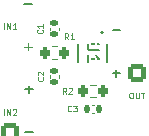
<source format=gto>
G04 #@! TF.GenerationSoftware,KiCad,Pcbnew,(6.0.7-1)-1*
G04 #@! TF.CreationDate,2024-08-15T11:21:40+03:00*
G04 #@! TF.ProjectId,Ideal_Diode,49646561-6c5f-4446-996f-64652e6b6963,rev?*
G04 #@! TF.SameCoordinates,Original*
G04 #@! TF.FileFunction,Legend,Top*
G04 #@! TF.FilePolarity,Positive*
%FSLAX46Y46*%
G04 Gerber Fmt 4.6, Leading zero omitted, Abs format (unit mm)*
G04 Created by KiCad (PCBNEW (6.0.7-1)-1) date 2024-08-15 11:21:40*
%MOMM*%
%LPD*%
G01*
G04 APERTURE LIST*
G04 Aperture macros list*
%AMRoundRect*
0 Rectangle with rounded corners*
0 $1 Rounding radius*
0 $2 $3 $4 $5 $6 $7 $8 $9 X,Y pos of 4 corners*
0 Add a 4 corners polygon primitive as box body*
4,1,4,$2,$3,$4,$5,$6,$7,$8,$9,$2,$3,0*
0 Add four circle primitives for the rounded corners*
1,1,$1+$1,$2,$3*
1,1,$1+$1,$4,$5*
1,1,$1+$1,$6,$7*
1,1,$1+$1,$8,$9*
0 Add four rect primitives between the rounded corners*
20,1,$1+$1,$2,$3,$4,$5,0*
20,1,$1+$1,$4,$5,$6,$7,0*
20,1,$1+$1,$6,$7,$8,$9,0*
20,1,$1+$1,$8,$9,$2,$3,0*%
G04 Aperture macros list end*
%ADD10C,0.150000*%
%ADD11C,0.125000*%
%ADD12C,0.120000*%
%ADD13C,0.152400*%
%ADD14RoundRect,0.200000X-0.200000X-0.275000X0.200000X-0.275000X0.200000X0.275000X-0.200000X0.275000X0*%
%ADD15RoundRect,0.250000X0.550000X-0.550000X0.550000X0.550000X-0.550000X0.550000X-0.550000X-0.550000X0*%
%ADD16C,1.600000*%
%ADD17R,0.228600X0.711200*%
%ADD18RoundRect,0.140000X-0.170000X0.140000X-0.170000X-0.140000X0.170000X-0.140000X0.170000X0.140000X0*%
%ADD19C,2.200000*%
%ADD20RoundRect,0.140000X0.170000X-0.140000X0.170000X0.140000X-0.170000X0.140000X-0.170000X-0.140000X0*%
%ADD21RoundRect,0.140000X-0.140000X-0.170000X0.140000X-0.170000X0.140000X0.170000X-0.140000X0.170000X0*%
G04 APERTURE END LIST*
D10*
X151795238Y-101457142D02*
X152404761Y-101457142D01*
D11*
X150000000Y-100026190D02*
X150000000Y-99526190D01*
X150238095Y-100026190D02*
X150238095Y-99526190D01*
X150523809Y-100026190D01*
X150523809Y-99526190D01*
X150738095Y-99573809D02*
X150761904Y-99550000D01*
X150809523Y-99526190D01*
X150928571Y-99526190D01*
X150976190Y-99550000D01*
X151000000Y-99573809D01*
X151023809Y-99621428D01*
X151023809Y-99669047D01*
X151000000Y-99740476D01*
X150714285Y-100026190D01*
X151023809Y-100026190D01*
D10*
X159195238Y-92857142D02*
X159804761Y-92857142D01*
X159195238Y-96507142D02*
X159804761Y-96507142D01*
X159500000Y-96811904D02*
X159500000Y-96202380D01*
D11*
X150000000Y-92726190D02*
X150000000Y-92226190D01*
X150238095Y-92726190D02*
X150238095Y-92226190D01*
X150523809Y-92726190D01*
X150523809Y-92226190D01*
X151023809Y-92726190D02*
X150738095Y-92726190D01*
X150880952Y-92726190D02*
X150880952Y-92226190D01*
X150833333Y-92297619D01*
X150785714Y-92345238D01*
X150738095Y-92369047D01*
X151695238Y-94257142D02*
X152304761Y-94257142D01*
X152000000Y-94561904D02*
X152000000Y-93952380D01*
D10*
X151695238Y-90657142D02*
X152304761Y-90657142D01*
X151795238Y-97857142D02*
X152404761Y-97857142D01*
X152100000Y-98161904D02*
X152100000Y-97552380D01*
D11*
X155416666Y-93626190D02*
X155250000Y-93388095D01*
X155130952Y-93626190D02*
X155130952Y-93126190D01*
X155321428Y-93126190D01*
X155369047Y-93150000D01*
X155392857Y-93173809D01*
X155416666Y-93221428D01*
X155416666Y-93292857D01*
X155392857Y-93340476D01*
X155369047Y-93364285D01*
X155321428Y-93388095D01*
X155130952Y-93388095D01*
X155892857Y-93626190D02*
X155607142Y-93626190D01*
X155750000Y-93626190D02*
X155750000Y-93126190D01*
X155702380Y-93197619D01*
X155654761Y-93245238D01*
X155607142Y-93269047D01*
X155266666Y-98226190D02*
X155100000Y-97988095D01*
X154980952Y-98226190D02*
X154980952Y-97726190D01*
X155171428Y-97726190D01*
X155219047Y-97750000D01*
X155242857Y-97773809D01*
X155266666Y-97821428D01*
X155266666Y-97892857D01*
X155242857Y-97940476D01*
X155219047Y-97964285D01*
X155171428Y-97988095D01*
X154980952Y-97988095D01*
X155457142Y-97773809D02*
X155480952Y-97750000D01*
X155528571Y-97726190D01*
X155647619Y-97726190D01*
X155695238Y-97750000D01*
X155719047Y-97773809D01*
X155742857Y-97821428D01*
X155742857Y-97869047D01*
X155719047Y-97940476D01*
X155433333Y-98226190D01*
X155742857Y-98226190D01*
X160700000Y-98126190D02*
X160795238Y-98126190D01*
X160842857Y-98150000D01*
X160890476Y-98197619D01*
X160914285Y-98292857D01*
X160914285Y-98459523D01*
X160890476Y-98554761D01*
X160842857Y-98602380D01*
X160795238Y-98626190D01*
X160700000Y-98626190D01*
X160652380Y-98602380D01*
X160604761Y-98554761D01*
X160580952Y-98459523D01*
X160580952Y-98292857D01*
X160604761Y-98197619D01*
X160652380Y-98150000D01*
X160700000Y-98126190D01*
X161128571Y-98126190D02*
X161128571Y-98530952D01*
X161152380Y-98578571D01*
X161176190Y-98602380D01*
X161223809Y-98626190D01*
X161319047Y-98626190D01*
X161366666Y-98602380D01*
X161390476Y-98578571D01*
X161414285Y-98530952D01*
X161414285Y-98126190D01*
X161580952Y-98126190D02*
X161866666Y-98126190D01*
X161723809Y-98626190D02*
X161723809Y-98126190D01*
D10*
X158047619Y-93988095D02*
X157238095Y-93988095D01*
X157142857Y-94035714D01*
X157095238Y-94083333D01*
X157047619Y-94178571D01*
X157047619Y-94369047D01*
X157095238Y-94464285D01*
X157142857Y-94511904D01*
X157238095Y-94559523D01*
X158047619Y-94559523D01*
X157047619Y-95559523D02*
X157047619Y-94988095D01*
X157047619Y-95273809D02*
X158047619Y-95273809D01*
X157904761Y-95178571D01*
X157809523Y-95083333D01*
X157761904Y-94988095D01*
D11*
X153228571Y-92813333D02*
X153252380Y-92837142D01*
X153276190Y-92908571D01*
X153276190Y-92956190D01*
X153252380Y-93027619D01*
X153204761Y-93075238D01*
X153157142Y-93099047D01*
X153061904Y-93122857D01*
X152990476Y-93122857D01*
X152895238Y-93099047D01*
X152847619Y-93075238D01*
X152800000Y-93027619D01*
X152776190Y-92956190D01*
X152776190Y-92908571D01*
X152800000Y-92837142D01*
X152823809Y-92813333D01*
X153276190Y-92337142D02*
X153276190Y-92622857D01*
X153276190Y-92480000D02*
X152776190Y-92480000D01*
X152847619Y-92527619D01*
X152895238Y-92575238D01*
X152919047Y-92622857D01*
X153268571Y-96833333D02*
X153292380Y-96857142D01*
X153316190Y-96928571D01*
X153316190Y-96976190D01*
X153292380Y-97047619D01*
X153244761Y-97095238D01*
X153197142Y-97119047D01*
X153101904Y-97142857D01*
X153030476Y-97142857D01*
X152935238Y-97119047D01*
X152887619Y-97095238D01*
X152840000Y-97047619D01*
X152816190Y-96976190D01*
X152816190Y-96928571D01*
X152840000Y-96857142D01*
X152863809Y-96833333D01*
X152863809Y-96642857D02*
X152840000Y-96619047D01*
X152816190Y-96571428D01*
X152816190Y-96452380D01*
X152840000Y-96404761D01*
X152863809Y-96380952D01*
X152911428Y-96357142D01*
X152959047Y-96357142D01*
X153030476Y-96380952D01*
X153316190Y-96666666D01*
X153316190Y-96357142D01*
X155666666Y-99678571D02*
X155642857Y-99702380D01*
X155571428Y-99726190D01*
X155523809Y-99726190D01*
X155452380Y-99702380D01*
X155404761Y-99654761D01*
X155380952Y-99607142D01*
X155357142Y-99511904D01*
X155357142Y-99440476D01*
X155380952Y-99345238D01*
X155404761Y-99297619D01*
X155452380Y-99250000D01*
X155523809Y-99226190D01*
X155571428Y-99226190D01*
X155642857Y-99250000D01*
X155666666Y-99273809D01*
X155833333Y-99226190D02*
X156142857Y-99226190D01*
X155976190Y-99416666D01*
X156047619Y-99416666D01*
X156095238Y-99440476D01*
X156119047Y-99464285D01*
X156142857Y-99511904D01*
X156142857Y-99630952D01*
X156119047Y-99678571D01*
X156095238Y-99702380D01*
X156047619Y-99726190D01*
X155904761Y-99726190D01*
X155857142Y-99702380D01*
X155833333Y-99678571D01*
D12*
X154012742Y-95272500D02*
X154487258Y-95272500D01*
X154012742Y-94227500D02*
X154487258Y-94227500D01*
X157262742Y-97477500D02*
X157737258Y-97477500D01*
X157262742Y-98522500D02*
X157737258Y-98522500D01*
D13*
X156268100Y-93975300D02*
X156268100Y-95524700D01*
X158731900Y-95524700D02*
X158731900Y-93975300D01*
X158351789Y-93043374D02*
G75*
G03*
X158351789Y-93043374I-101600J0D01*
G01*
D12*
X153890000Y-92622164D02*
X153890000Y-92837836D01*
X154610000Y-92622164D02*
X154610000Y-92837836D01*
X154610000Y-96857836D02*
X154610000Y-96642164D01*
X153890000Y-96857836D02*
X153890000Y-96642164D01*
X157392164Y-99860000D02*
X157607836Y-99860000D01*
X157392164Y-99140000D02*
X157607836Y-99140000D01*
%LPC*%
D14*
X153425000Y-94750000D03*
X155075000Y-94750000D03*
X156675000Y-98000000D03*
X158325000Y-98000000D03*
D15*
X161200000Y-96500000D03*
D16*
X161200000Y-92900000D03*
D17*
X158250189Y-93949900D03*
X157750063Y-93949900D03*
X157249937Y-93949900D03*
X156749811Y-93949900D03*
X156749811Y-95550100D03*
X157249937Y-95550100D03*
X157750063Y-95550100D03*
X158250189Y-95550100D03*
D18*
X154250000Y-92250000D03*
X154250000Y-93210000D03*
D19*
X156000000Y-103000000D03*
X156000000Y-89000000D03*
D15*
X150500000Y-101500000D03*
D16*
X150500000Y-97900000D03*
X150500000Y-94300000D03*
X150500000Y-90700000D03*
D20*
X154250000Y-97230000D03*
X154250000Y-96270000D03*
D21*
X157020000Y-99500000D03*
X157980000Y-99500000D03*
M02*

</source>
